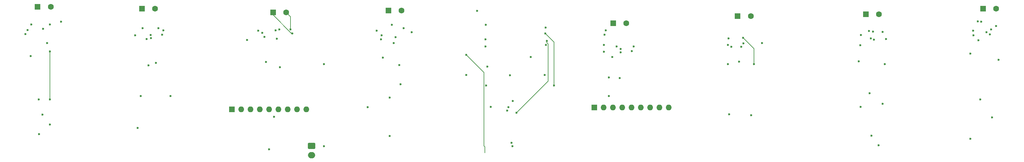
<source format=gbr>
%TF.GenerationSoftware,KiCad,Pcbnew,8.0.8*%
%TF.CreationDate,2025-05-04T20:59:54-05:00*%
%TF.ProjectId,Feedback_sleeve,46656564-6261-4636-9b5f-736c65657665,rev?*%
%TF.SameCoordinates,Original*%
%TF.FileFunction,Copper,L18,Inr*%
%TF.FilePolarity,Positive*%
%FSLAX46Y46*%
G04 Gerber Fmt 4.6, Leading zero omitted, Abs format (unit mm)*
G04 Created by KiCad (PCBNEW 8.0.8) date 2025-05-04 20:59:54*
%MOMM*%
%LPD*%
G01*
G04 APERTURE LIST*
G04 Aperture macros list*
%AMRoundRect*
0 Rectangle with rounded corners*
0 $1 Rounding radius*
0 $2 $3 $4 $5 $6 $7 $8 $9 X,Y pos of 4 corners*
0 Add a 4 corners polygon primitive as box body*
4,1,4,$2,$3,$4,$5,$6,$7,$8,$9,$2,$3,0*
0 Add four circle primitives for the rounded corners*
1,1,$1+$1,$2,$3*
1,1,$1+$1,$4,$5*
1,1,$1+$1,$6,$7*
1,1,$1+$1,$8,$9*
0 Add four rect primitives between the rounded corners*
20,1,$1+$1,$2,$3,$4,$5,0*
20,1,$1+$1,$4,$5,$6,$7,0*
20,1,$1+$1,$6,$7,$8,$9,0*
20,1,$1+$1,$8,$9,$2,$3,0*%
G04 Aperture macros list end*
%TA.AperFunction,ComponentPad*%
%ADD10RoundRect,0.250000X-0.550000X-0.550000X0.550000X-0.550000X0.550000X0.550000X-0.550000X0.550000X0*%
%TD*%
%TA.AperFunction,ComponentPad*%
%ADD11C,1.600000*%
%TD*%
%TA.AperFunction,ComponentPad*%
%ADD12R,1.600000X1.600000*%
%TD*%
%TA.AperFunction,ComponentPad*%
%ADD13O,1.600000X1.600000*%
%TD*%
%TA.AperFunction,ComponentPad*%
%ADD14RoundRect,0.250000X-0.750000X0.600000X-0.750000X-0.600000X0.750000X-0.600000X0.750000X0.600000X0*%
%TD*%
%TA.AperFunction,ComponentPad*%
%ADD15O,2.000000X1.700000*%
%TD*%
%TA.AperFunction,ViaPad*%
%ADD16C,0.600000*%
%TD*%
%TA.AperFunction,Conductor*%
%ADD17C,0.200000*%
%TD*%
G04 APERTURE END LIST*
D10*
%TO.N,Net-(J7-Pin_1)*%
%TO.C,J7*%
X242900000Y-17500000D03*
D11*
%TO.N,Net-(J7-Pin_2)*%
X246500000Y-17500000D03*
%TD*%
D10*
%TO.N,Net-(J8-Pin_1)*%
%TO.C,J8*%
X274900000Y-16000000D03*
D11*
%TO.N,Net-(J8-Pin_2)*%
X278500000Y-16000000D03*
%TD*%
D10*
%TO.N,Net-(J2-Pin_1)*%
%TO.C,J2*%
X45200000Y-16000000D03*
D11*
%TO.N,Net-(J2-Pin_2)*%
X48800000Y-16000000D03*
%TD*%
D10*
%TO.N,Net-(J6-Pin_1)*%
%TO.C,J6*%
X207900000Y-18000000D03*
D11*
%TO.N,Net-(J6-Pin_2)*%
X211500000Y-18000000D03*
%TD*%
D10*
%TO.N,Net-(J3-Pin_1)*%
%TO.C,J3*%
X81000000Y-17000000D03*
D11*
%TO.N,Net-(J3-Pin_2)*%
X84600000Y-17000000D03*
%TD*%
D12*
%TO.N,Net-(RN1-common)*%
%TO.C,RN2*%
X69760000Y-43500000D03*
D13*
%TO.N,Net-(RN2-R1)*%
X72300000Y-43500000D03*
%TO.N,Net-(RN2-R2)*%
X74840000Y-43500000D03*
%TO.N,Net-(RN2-R3)*%
X77380000Y-43500000D03*
%TO.N,Net-(RN2-R4)*%
X79920000Y-43500000D03*
%TO.N,Net-(RN2-R5)*%
X82460000Y-43500000D03*
%TO.N,Net-(RN2-R6)*%
X85000000Y-43500000D03*
%TO.N,Net-(RN2-R7)*%
X87540000Y-43500000D03*
%TO.N,Net-(RN2-R8)*%
X90080000Y-43500000D03*
%TD*%
D14*
%TO.N,Net-(J9-Pin_1)*%
%TO.C,J9*%
X91500000Y-53500000D03*
D15*
%TO.N,Net-(J9-Pin_2)*%
X91500000Y-56000000D03*
%TD*%
D10*
%TO.N,Net-(J4-Pin_1)*%
%TO.C,J4*%
X112500000Y-16500000D03*
D11*
%TO.N,Net-(J4-Pin_2)*%
X116100000Y-16500000D03*
%TD*%
D12*
%TO.N,Net-(RN1-common)*%
%TO.C,RN1*%
X168760000Y-43000000D03*
D13*
%TO.N,Net-(RN1-R1)*%
X171300000Y-43000000D03*
%TO.N,Net-(RN1-R2)*%
X173840000Y-43000000D03*
%TO.N,Net-(RN1-R3)*%
X176380000Y-43000000D03*
%TO.N,Net-(RN1-R4)*%
X178920000Y-43000000D03*
%TO.N,Net-(RN1-R5)*%
X181460000Y-43000000D03*
%TO.N,Net-(RN1-R6)*%
X184000000Y-43000000D03*
%TO.N,Net-(RN1-R7)*%
X186540000Y-43000000D03*
%TO.N,Net-(RN1-R8)*%
X189080000Y-43000000D03*
%TD*%
D10*
%TO.N,Net-(J1-Pin_1)*%
%TO.C,J1*%
X16700000Y-15500000D03*
D11*
%TO.N,Net-(J1-Pin_2)*%
X20300000Y-15500000D03*
%TD*%
D10*
%TO.N,Net-(J5-Pin_1)*%
%TO.C,J5*%
X173900000Y-20000000D03*
D11*
%TO.N,Net-(J5-Pin_2)*%
X177500000Y-20000000D03*
%TD*%
D16*
%TO.N,Net-(U1-GND)*%
X17095500Y-50321100D03*
X171377100Y-27752000D03*
X205594700Y-44905300D03*
X14834800Y-28967500D03*
X179017600Y-27617400D03*
X47589500Y-23225400D03*
X110467800Y-24348000D03*
X172682700Y-34819700D03*
X112842700Y-40329300D03*
X208245400Y-30467500D03*
X50728400Y-23100000D03*
X209432800Y-25440000D03*
X272252400Y-23280900D03*
X171566300Y-23086900D03*
X79067000Y-30518700D03*
X46961400Y-31470500D03*
X244401700Y-50745200D03*
X243947400Y-39076400D03*
X44866000Y-39904100D03*
X17001400Y-40829300D03*
X240951400Y-30411500D03*
X274157400Y-40829300D03*
X78663200Y-23693200D03*
X271418700Y-28282100D03*
X110979400Y-29408200D03*
X155457500Y-21133100D03*
X13395100Y-22941500D03*
X214570700Y-25376200D03*
X245123800Y-24500000D03*
%TO.N,Net-(U2-REG)*%
X274410700Y-19564400D03*
X279125700Y-29974700D03*
%TO.N,Net-(U4-REG)*%
X175674700Y-34923400D03*
%TO.N,Net-(U5-REG)*%
X113469400Y-20366500D03*
X115453800Y-31382200D03*
%TO.N,Net-(U10-REG)*%
X45411400Y-21344600D03*
X49065500Y-30811900D03*
%TO.N,Net-(U6-REG)*%
X15016300Y-20335300D03*
X20090700Y-47685200D03*
%TO.N,Net-(U9-REG)*%
X76938700Y-22008700D03*
X82922700Y-31970500D03*
%TO.N,Net-(U7-REG)*%
X243781600Y-22118400D03*
X246384400Y-53336900D03*
%TO.N,Net-(J1-Pin_1)*%
X19292700Y-25376200D03*
%TO.N,Net-(J1-Pin_2)*%
X23082700Y-19564400D03*
%TO.N,Net-(J2-Pin_2)*%
X51017600Y-21908700D03*
%TO.N,Net-(J2-Pin_1)*%
X47668900Y-24070700D03*
%TO.N,Net-(J3-Pin_2)*%
X85786700Y-21656900D03*
%TO.N,Net-(J3-Pin_1)*%
X86280400Y-22742700D03*
%TO.N,Net-(J4-Pin_1)*%
X114461700Y-23761600D03*
%TO.N,Net-(J4-Pin_2)*%
X118886400Y-22470300D03*
%TO.N,Net-(J5-Pin_2)*%
X179457200Y-26300300D03*
%TO.N,Net-(J5-Pin_1)*%
X175926200Y-27900000D03*
%TO.N,Net-(J6-Pin_1)*%
X208896100Y-26420700D03*
%TO.N,Net-(J7-Pin_1)*%
X248395400Y-24250000D03*
%TO.N,Net-(J7-Pin_2)*%
X244868400Y-22227600D03*
%TO.N,Net-(J8-Pin_1)*%
X276779600Y-23010400D03*
%TO.N,Net-(J8-Pin_2)*%
X277122500Y-21666800D03*
%TO.N,Net-(J9-Pin_1)*%
X145754700Y-34211000D03*
X94890700Y-31188000D03*
%TO.N,Net-(U1-PC01_A1_D1)*%
X173685700Y-29242000D03*
X171845900Y-21950500D03*
X139125100Y-20375000D03*
%TO.N,Net-(U1-PC05_A5_D5_SCL)*%
X139557100Y-31818900D03*
%TO.N,Net-(U1-PA03_A8_D8_SCK)*%
X82011000Y-24176200D03*
%TO.N,Net-(U1-PC00_A0_D0)*%
X273512700Y-19481600D03*
X273612700Y-24641500D03*
X136778700Y-16617400D03*
%TO.N,Net-(U1-PC06_A6_D6_TX)*%
X133786700Y-34093900D03*
X205249400Y-31188000D03*
X206170900Y-26416600D03*
%TO.N,Net-(U1-PC02_A2_D2)*%
X139058900Y-24413400D03*
X113954100Y-25376200D03*
%TO.N,Net-(U1-PA04_A9_D9_MISO)*%
X46445800Y-24270700D03*
X151344000Y-29168400D03*
%TO.N,Net-(U1-PC04_A4_D4_SDA)*%
X133786700Y-28647700D03*
%TO.N,Net-(U1-PC07_A7_D7_RX)*%
X155190200Y-34138800D03*
%TO.N,Net-(U1-PC03_A3_D3)*%
X139058900Y-26342800D03*
X241421900Y-25985700D03*
%TO.N,Net-(RN1-common)*%
X139214400Y-36999800D03*
X247484100Y-22339600D03*
X157739200Y-36999800D03*
X20092300Y-40829300D03*
X20090700Y-27682400D03*
X116668800Y-21334700D03*
X53002700Y-39905700D03*
X115830300Y-36619000D03*
X82695300Y-21708700D03*
X278429300Y-20774000D03*
X20090700Y-20330100D03*
X248039400Y-31188000D03*
X247482700Y-41982700D03*
X212337400Y-31188000D03*
X211578700Y-45078700D03*
X175924200Y-26989200D03*
X49716200Y-21330200D03*
X155381200Y-22754500D03*
X209417200Y-23983900D03*
%TO.N,Net-(RN1-R6)*%
X81279700Y-45523400D03*
X81692800Y-21917300D03*
%TO.N,Net-(RN1-R7)*%
X205374400Y-24104900D03*
%TO.N,Net-(RN1-R2)*%
X18070000Y-44981300D03*
X18194400Y-21458700D03*
%TO.N,Net-(RN1-R8)*%
X205233400Y-25927500D03*
%TO.N,Net-(RN1-R5)*%
X78041100Y-22633100D03*
X79930700Y-54435200D03*
%TO.N,Net-(RN1-R3)*%
X43340400Y-23250000D03*
X44026700Y-48623400D03*
%TO.N,Net-(RN1-R1)*%
X13996600Y-21818200D03*
X145314800Y-42912200D03*
%TO.N,Net-(RN1-R4)*%
X144991400Y-43836400D03*
%TO.N,Net-(RN2-R5)*%
X277402700Y-45717500D03*
X275844500Y-22470700D03*
%TO.N,Net-(RN2-R6)*%
X146389300Y-53624600D03*
X272168000Y-21999100D03*
X94871000Y-53624600D03*
X271418700Y-51529300D03*
%TO.N,Net-(RN2-R7)*%
X155792100Y-24795800D03*
X147504600Y-44475500D03*
X244286900Y-24161600D03*
%TO.N,Net-(RN2-R4)*%
X146160000Y-52645400D03*
X171326500Y-25862500D03*
X155558000Y-25896600D03*
%TO.N,Net-(RN2-R8)*%
X241531400Y-23154400D03*
X241498700Y-42811600D03*
%TO.N,Net-(RN2-R2)*%
X140461900Y-42812200D03*
X106858700Y-42942100D03*
X110618800Y-23261600D03*
%TO.N,Net-(RN2-R3)*%
X172682700Y-39905700D03*
X174878000Y-26284700D03*
X146470800Y-41259900D03*
%TO.N,Net-(RN2-R1)*%
X73946700Y-24529200D03*
X112842700Y-50827800D03*
X109318900Y-22028000D03*
%TD*%
D17*
%TO.N,Net-(J3-Pin_2)*%
X85786700Y-18186700D02*
X85786700Y-21656900D01*
X84600000Y-17000000D02*
X85786700Y-18186700D01*
%TO.N,Net-(J3-Pin_1)*%
X86021700Y-22742700D02*
X86280400Y-22742700D01*
X81000000Y-17000000D02*
X81000000Y-17721000D01*
X81000000Y-17721000D02*
X86021700Y-22742700D01*
%TO.N,Net-(U1-PC04_A4_D4_SDA)*%
X138595200Y-53480100D02*
X138871600Y-53756500D01*
X138595200Y-33456200D02*
X138595200Y-53480100D01*
X138871600Y-53756500D02*
X138871600Y-55397300D01*
X138871600Y-55397300D02*
X138871600Y-53756500D01*
X133786700Y-28647700D02*
X138595200Y-33456200D01*
X138871600Y-53756500D02*
X138871600Y-55397300D01*
%TO.N,Net-(RN1-common)*%
X20090700Y-27682400D02*
X20090700Y-40827700D01*
X212337400Y-31188000D02*
X212337400Y-26904100D01*
X157739200Y-25112500D02*
X157739200Y-36999800D01*
X155381200Y-22754500D02*
X157739200Y-25112500D01*
X212337400Y-26904100D02*
X209417200Y-23983900D01*
X20090700Y-40827700D02*
X20092300Y-40829300D01*
%TO.N,Net-(RN2-R7)*%
X155792100Y-25279900D02*
X155792200Y-25279900D01*
X156159700Y-35820400D02*
X147504600Y-44475500D01*
X155792100Y-24795800D02*
X155792100Y-25279900D01*
X155792200Y-25279900D02*
X156159700Y-25647400D01*
X156159700Y-25647400D02*
X156159700Y-35820400D01*
%TD*%
M02*

</source>
